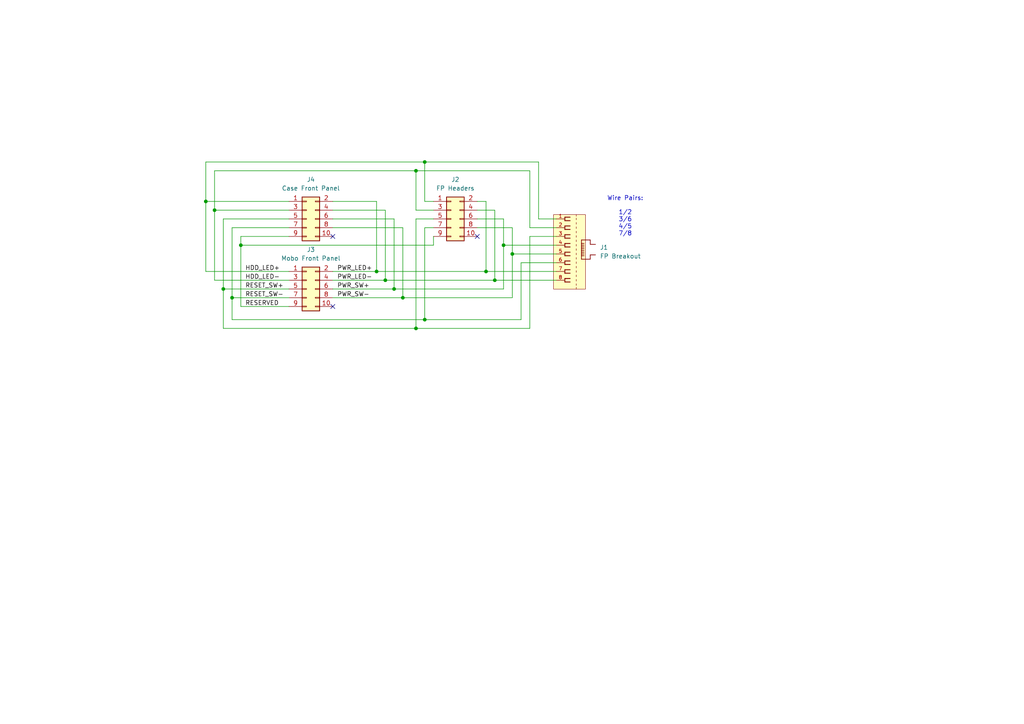
<source format=kicad_sch>
(kicad_sch (version 20250114) (generator "eeschema") (generator_version "9.0")
  (paper "A4")
  (lib_symbols
    (symbol "54602-908LF:54602-908LF" (pin_names (offset 1.016))
      (property "Reference" "J" (at 5.0956 10.1912 0))
      (property "Value" "54602-908LF" (at 5.1004 -10.2008 0))
      (symbol "54602-908LF_0_0"
        (rectangle (start -3.2879 -10.1835) (end 5.9831 11.4065) (stroke (width 0.127)) (fill (type background)))
        (polyline (pts (xy 0 10.668) (xy 0 9.652)) (stroke (width 0.254)))
        (polyline (pts (xy 0 9.652) (xy 1.524 9.652)) (stroke (width 0.254)))
        (polyline (pts (xy 0 8.128) (xy 0 7.112)) (stroke (width 0.254)))
        (polyline (pts (xy 0 7.112) (xy 1.524 7.112)) (stroke (width 0.254)))
        (polyline (pts (xy 0 5.588) (xy 0 4.572)) (stroke (width 0.254)))
        (polyline (pts (xy 0 4.572) (xy 1.524 4.572)) (stroke (width 0.254)))
        (polyline (pts (xy 0 3.048) (xy 0 2.032)) (stroke (width 0.254)))
        (polyline (pts (xy 0 2.032) (xy 1.524 2.032)) (stroke (width 0.254)))
        (polyline (pts (xy 0 0.508) (xy 0 -0.508)) (stroke (width 0.254)))
        (polyline (pts (xy 0 -0.508) (xy 1.524 -0.508)) (stroke (width 0.254)))
        (polyline (pts (xy 0 -2.032) (xy 0 -3.048)) (stroke (width 0.254)))
        (polyline (pts (xy 0 -3.048) (xy 1.524 -3.048)) (stroke (width 0.254)))
        (polyline (pts (xy 0 -4.572) (xy 0 -5.588)) (stroke (width 0.254)))
        (polyline (pts (xy 0 -5.588) (xy 1.524 -5.588)) (stroke (width 0.254)))
        (polyline (pts (xy 0 -7.112) (xy 0 -8.128)) (stroke (width 0.254)))
        (polyline (pts (xy 0 -8.128) (xy 1.524 -8.128)) (stroke (width 0.254)))
        (polyline (pts (xy 1.524 10.668) (xy 0 10.668)) (stroke (width 0.254)))
        (polyline (pts (xy 1.524 8.128) (xy 0 8.128)) (stroke (width 0.254)))
        (polyline (pts (xy 1.524 5.588) (xy 0 5.588)) (stroke (width 0.254)))
        (polyline (pts (xy 1.524 3.048) (xy 0 3.048)) (stroke (width 0.254)))
        (polyline (pts (xy 1.524 0.508) (xy 0 0.508)) (stroke (width 0.254)))
        (polyline (pts (xy 1.524 -2.032) (xy 0 -2.032)) (stroke (width 0.254)))
        (polyline (pts (xy 1.524 -4.572) (xy 0 -4.572)) (stroke (width 0.254)))
        (polyline (pts (xy 1.524 -7.112) (xy 0 -7.112)) (stroke (width 0.254)))
        (polyline (pts (xy 3.302 10.922) (xy 3.302 11.43)) (stroke (width 0.127)))
        (polyline (pts (xy 3.302 9.906) (xy 3.302 10.414)) (stroke (width 0.127)))
        (polyline (pts (xy 3.302 8.636) (xy 3.302 9.144)) (stroke (width 0.127)))
        (polyline (pts (xy 3.302 7.366) (xy 3.302 7.874)) (stroke (width 0.127)))
        (polyline (pts (xy 3.302 6.096) (xy 3.302 6.604)) (stroke (width 0.127)))
        (polyline (pts (xy 3.302 4.826) (xy 3.302 5.334)) (stroke (width 0.127)))
        (polyline (pts (xy 3.302 3.556) (xy 3.302 4.064)) (stroke (width 0.127)))
        (polyline (pts (xy 3.302 2.286) (xy 3.302 2.794)) (stroke (width 0.127)))
        (polyline (pts (xy 3.302 1.016) (xy 3.302 1.524)) (stroke (width 0.127)))
        (polyline (pts (xy 3.302 -0.254) (xy 3.302 0.254)) (stroke (width 0.127)))
        (polyline (pts (xy 3.302 -1.524) (xy 3.302 -1.016)) (stroke (width 0.127)))
        (polyline (pts (xy 3.302 -2.794) (xy 3.302 -2.286)) (stroke (width 0.127)))
        (polyline (pts (xy 3.302 -4.064) (xy 3.302 -3.556)) (stroke (width 0.127)))
        (polyline (pts (xy 3.302 -5.334) (xy 3.302 -4.826)) (stroke (width 0.127)))
        (polyline (pts (xy 3.302 -6.604) (xy 3.302 -6.096)) (stroke (width 0.127)))
        (polyline (pts (xy 3.302 -7.874) (xy 3.302 -7.366)) (stroke (width 0.127)))
        (polyline (pts (xy 3.302 -9.144) (xy 3.302 -8.636)) (stroke (width 0.127)))
        (polyline (pts (xy 3.302 -10.16) (xy 3.302 -9.652)) (stroke (width 0.127)))
        (polyline (pts (xy 4.826 4.064) (xy 4.826 3.048)) (stroke (width 0.1998)))
        (polyline (pts (xy 4.826 3.048) (xy 4.826 2.54)) (stroke (width 0.1998)))
        (polyline (pts (xy 4.826 3.048) (xy 5.588 3.048)) (stroke (width 0.1998)))
        (polyline (pts (xy 4.826 2.54) (xy 4.826 2.032)) (stroke (width 0.1998)))
        (polyline (pts (xy 4.826 2.54) (xy 5.588 2.54)) (stroke (width 0.1998)))
        (polyline (pts (xy 4.826 2.032) (xy 4.826 1.524)) (stroke (width 0.1998)))
        (polyline (pts (xy 4.826 2.032) (xy 5.588 2.032)) (stroke (width 0.1998)))
        (polyline (pts (xy 4.826 1.524) (xy 4.826 1.016)) (stroke (width 0.1998)))
        (polyline (pts (xy 4.826 1.524) (xy 5.588 1.524)) (stroke (width 0.1998)))
        (polyline (pts (xy 4.826 1.016) (xy 4.826 0.508)) (stroke (width 0.1998)))
        (polyline (pts (xy 4.826 1.016) (xy 5.588 1.016)) (stroke (width 0.1998)))
        (polyline (pts (xy 4.826 0.508) (xy 4.826 0)) (stroke (width 0.1998)))
        (polyline (pts (xy 4.826 0.508) (xy 5.588 0.508)) (stroke (width 0.1998)))
        (polyline (pts (xy 4.826 0) (xy 4.826 -0.508)) (stroke (width 0.1998)))
        (polyline (pts (xy 4.826 0) (xy 5.588 0)) (stroke (width 0.1998)))
        (polyline (pts (xy 4.826 -0.508) (xy 4.826 -1.524)) (stroke (width 0.1998)))
        (polyline (pts (xy 4.826 -0.508) (xy 5.588 -0.508)) (stroke (width 0.1998)))
        (polyline (pts (xy 4.826 -1.524) (xy 7.366 -1.524)) (stroke (width 0.1998)))
        (polyline (pts (xy 7.366 4.064) (xy 4.826 4.064)) (stroke (width 0.1998)))
        (polyline (pts (xy 7.366 2.794) (xy 7.366 4.064)) (stroke (width 0.1998)))
        (polyline (pts (xy 7.366 -0.254) (xy 8.89 -0.254)) (stroke (width 0.1998)))
        (polyline (pts (xy 7.366 -1.524) (xy 7.366 -0.254)) (stroke (width 0.1998)))
        (polyline (pts (xy 8.89 2.794) (xy 7.366 2.794)) (stroke (width 0.1998)))
        (pin passive line (at -2.54 10.16 0) (length 2.54) (name "~") (number "1"))
        (pin passive line (at -2.54 7.62 0) (length 2.54) (name "~") (number "2"))
        (pin passive line (at -2.54 5.08 0) (length 2.54) (name "~") (number "3"))
        (pin passive line (at -2.54 2.54 0) (length 2.54) (name "~") (number "4"))
        (pin passive line (at -2.54 0 0) (length 2.54) (name "~") (number "5"))
        (pin passive line (at -2.54 -2.54 0) (length 2.54) (name "~") (number "6"))
        (pin passive line (at -2.54 -5.08 0) (length 2.54) (name "~") (number "7"))
        (pin passive line (at -2.54 -7.62 0) (length 2.54) (name "~") (number "8"))
      )
    )
    (symbol "Connector_Generic:Conn_02x05_Odd_Even" (pin_names (offset 1.016) (hide yes))
      (property "Reference" "J" (at 1.27 7.62 0))
      (property "Value" "Conn_02x05_Odd_Even" (at 1.27 -7.62 0))
      (symbol "Conn_02x05_Odd_Even_1_1"
        (rectangle (start -1.27 6.35) (end 3.81 -6.35) (stroke (width 0.254)) (fill (type background)))
        (rectangle (start -1.27 5.207) (end 0 4.953) (stroke (width 0.1524)))
        (rectangle (start -1.27 2.667) (end 0 2.413) (stroke (width 0.1524)))
        (rectangle (start -1.27 0.127) (end 0 -0.127) (stroke (width 0.1524)))
        (rectangle (start -1.27 -2.413) (end 0 -2.667) (stroke (width 0.1524)))
        (rectangle (start -1.27 -4.953) (end 0 -5.207) (stroke (width 0.1524)))
        (rectangle (start 3.81 5.207) (end 2.54 4.953) (stroke (width 0.1524)))
        (rectangle (start 3.81 2.667) (end 2.54 2.413) (stroke (width 0.1524)))
        (rectangle (start 3.81 0.127) (end 2.54 -0.127) (stroke (width 0.1524)))
        (rectangle (start 3.81 -2.413) (end 2.54 -2.667) (stroke (width 0.1524)))
        (rectangle (start 3.81 -4.953) (end 2.54 -5.207) (stroke (width 0.1524)))
        (pin passive line (at -5.08 5.08 0) (length 3.81) (name "Pin_1") (number "1"))
        (pin passive line (at -5.08 2.54 0) (length 3.81) (name "Pin_3") (number "3"))
        (pin passive line (at -5.08 0 0) (length 3.81) (name "Pin_5") (number "5"))
        (pin passive line (at -5.08 -2.54 0) (length 3.81) (name "Pin_7") (number "7"))
        (pin passive line (at -5.08 -5.08 0) (length 3.81) (name "Pin_9") (number "9"))
        (pin passive line (at 7.62 5.08 180) (length 3.81) (name "Pin_2") (number "2"))
        (pin passive line (at 7.62 2.54 180) (length 3.81) (name "Pin_4") (number "4"))
        (pin passive line (at 7.62 0 180) (length 3.81) (name "Pin_6") (number "6"))
        (pin passive line (at 7.62 -2.54 180) (length 3.81) (name "Pin_8") (number "8"))
        (pin passive line (at 7.62 -5.08 180) (length 3.81) (name "Pin_10") (number "10"))
      )
    )
  )
  (text "Wire Pairs:\n\n1/2\n3/6\n4/5\n7/8" (at 181.356 62.738 0) (effects (font (size 1.27 1.27))))
  (junction (at 146.05 71.12))
  (junction (at 120.65 49.53))
  (junction (at 59.69 58.42))
  (junction (at 69.85 71.12))
  (junction (at 148.59 73.66))
  (junction (at 62.23 60.96))
  (junction (at 140.97 78.74))
  (junction (at 114.3 83.82))
  (junction (at 111.76 81.28))
  (junction (at 109.22 78.74))
  (junction (at 67.31 86.36))
  (junction (at 64.77 83.82))
  (junction (at 143.51 81.28))
  (junction (at 123.19 46.99))
  (junction (at 116.84 86.36))
  (junction (at 120.65 95.25))
  (junction (at 123.19 92.71))
  (no_connect (at 96.52 68.58))
  (no_connect (at 138.43 68.58))
  (no_connect (at 96.52 88.9))
  (wire (pts (xy 143.51 60.96) (xy 138.43 60.96)))
  (wire (pts (xy 96.52 66.04) (xy 116.84 66.04)))
  (wire (pts (xy 96.52 81.28) (xy 111.76 81.28)))
  (wire (pts (xy 146.05 63.5) (xy 138.43 63.5)))
  (wire (pts (xy 67.31 66.04) (xy 83.82 66.04)))
  (wire (pts (xy 109.22 78.74) (xy 109.22 58.42)))
  (wire (pts (xy 140.97 58.42) (xy 138.43 58.42)))
  (wire (pts (xy 153.67 95.25) (xy 153.67 68.58)))
  (wire (pts (xy 69.85 68.58) (xy 83.82 68.58)))
  (wire (pts (xy 109.22 78.74) (xy 140.97 78.74)))
  (wire (pts (xy 62.23 60.96) (xy 62.23 49.53)))
  (wire (pts (xy 64.77 83.82) (xy 83.82 83.82)))
  (wire (pts (xy 146.05 71.12) (xy 161.29 71.12)))
  (wire (pts (xy 140.97 78.74) (xy 161.29 78.74)))
  (wire (pts (xy 59.69 78.74) (xy 83.82 78.74)))
  (wire (pts (xy 156.21 63.5) (xy 161.29 63.5)))
  (wire (pts (xy 116.84 86.36) (xy 116.84 66.04)))
  (wire (pts (xy 148.59 73.66) (xy 148.59 66.04)))
  (wire (pts (xy 120.65 95.25) (xy 120.65 63.5)))
  (wire (pts (xy 114.3 63.5) (xy 96.52 63.5)))
  (wire (pts (xy 64.77 95.25) (xy 120.65 95.25)))
  (wire (pts (xy 59.69 46.99) (xy 123.19 46.99)))
  (wire (pts (xy 62.23 81.28) (xy 83.82 81.28)))
  (wire (pts (xy 96.52 78.74) (xy 109.22 78.74)))
  (wire (pts (xy 153.67 49.53) (xy 153.67 66.04)))
  (wire (pts (xy 120.65 49.53) (xy 120.65 60.96)))
  (wire (pts (xy 151.13 92.71) (xy 151.13 76.2)))
  (wire (pts (xy 125.73 68.58) (xy 125.73 71.12)))
  (wire (pts (xy 64.77 63.5) (xy 83.82 63.5)))
  (wire (pts (xy 153.67 66.04) (xy 161.29 66.04)))
  (wire (pts (xy 143.51 81.28) (xy 161.29 81.28)))
  (wire (pts (xy 120.65 63.5) (xy 125.73 63.5)))
  (wire (pts (xy 111.76 81.28) (xy 111.76 60.96)))
  (wire (pts (xy 64.77 83.82) (xy 64.77 95.25)))
  (wire (pts (xy 148.59 86.36) (xy 148.59 73.66)))
  (wire (pts (xy 153.67 68.58) (xy 161.29 68.58)))
  (wire (pts (xy 114.3 83.82) (xy 146.05 83.82)))
  (wire (pts (xy 69.85 71.12) (xy 125.73 71.12)))
  (wire (pts (xy 67.31 92.71) (xy 123.19 92.71)))
  (wire (pts (xy 114.3 83.82) (xy 114.3 63.5)))
  (wire (pts (xy 59.69 58.42) (xy 59.69 78.74)))
  (wire (pts (xy 120.65 60.96) (xy 125.73 60.96)))
  (wire (pts (xy 111.76 60.96) (xy 96.52 60.96)))
  (wire (pts (xy 148.59 66.04) (xy 138.43 66.04)))
  (wire (pts (xy 64.77 63.5) (xy 64.77 83.82)))
  (wire (pts (xy 123.19 66.04) (xy 125.73 66.04)))
  (wire (pts (xy 62.23 60.96) (xy 83.82 60.96)))
  (wire (pts (xy 156.21 46.99) (xy 156.21 63.5)))
  (wire (pts (xy 67.31 86.36) (xy 83.82 86.36)))
  (wire (pts (xy 140.97 78.74) (xy 140.97 58.42)))
  (wire (pts (xy 67.31 66.04) (xy 67.31 86.36)))
  (wire (pts (xy 123.19 92.71) (xy 151.13 92.71)))
  (wire (pts (xy 109.22 58.42) (xy 96.52 58.42)))
  (wire (pts (xy 69.85 71.12) (xy 69.85 88.9)))
  (wire (pts (xy 62.23 60.96) (xy 62.23 81.28)))
  (wire (pts (xy 143.51 81.28) (xy 143.51 60.96)))
  (wire (pts (xy 146.05 71.12) (xy 146.05 63.5)))
  (wire (pts (xy 120.65 49.53) (xy 153.67 49.53)))
  (wire (pts (xy 123.19 46.99) (xy 123.19 58.42)))
  (wire (pts (xy 96.52 83.82) (xy 114.3 83.82)))
  (wire (pts (xy 59.69 58.42) (xy 59.69 46.99)))
  (wire (pts (xy 123.19 58.42) (xy 125.73 58.42)))
  (wire (pts (xy 59.69 58.42) (xy 83.82 58.42)))
  (wire (pts (xy 151.13 76.2) (xy 161.29 76.2)))
  (wire (pts (xy 111.76 81.28) (xy 143.51 81.28)))
  (wire (pts (xy 67.31 86.36) (xy 67.31 92.71)))
  (wire (pts (xy 96.52 86.36) (xy 116.84 86.36)))
  (wire (pts (xy 62.23 49.53) (xy 120.65 49.53)))
  (wire (pts (xy 146.05 83.82) (xy 146.05 71.12)))
  (wire (pts (xy 116.84 86.36) (xy 148.59 86.36)))
  (wire (pts (xy 69.85 88.9) (xy 83.82 88.9)))
  (wire (pts (xy 69.85 68.58) (xy 69.85 71.12)))
  (wire (pts (xy 120.65 95.25) (xy 153.67 95.25)))
  (wire (pts (xy 123.19 46.99) (xy 156.21 46.99)))
  (wire (pts (xy 148.59 73.66) (xy 161.29 73.66)))
  (wire (pts (xy 123.19 92.71) (xy 123.19 66.04)))
  (label "PWR_SW+" (at 97.79 83.82 0))
  (label "PWR_SW-" (at 97.79 86.36 0))
  (label "HDD_LED+" (at 71.12 78.74 0))
  (label "RESERVED" (at 71.12 88.9 0))
  (label "PWR_LED+" (at 97.79 78.74 0))
  (label "RESET_SW+" (at 71.12 83.82 0))
  (label "RESET_SW-" (at 71.12 86.36 0))
  (label "PWR_LED-" (at 97.79 81.28 0))
  (label "HDD_LED-" (at 71.12 81.28 0))
  (symbol (lib_id "Connector_Generic:Conn_02x05_Odd_Even") (at 88.9 83.82 0) (unit 1)
    (property "Reference" "J3" (at 90.17 72.39 0))
    (property "Value" "Mobo Front Panel" (at 90.17 74.93 0))
    (property "Footprint" "Connector_PinSocket_2.54mm:PinSocket_2x05_P2.54mm_Vertical" (effects (hide yes)))
    (property "Description" "Generic connector, double row, 02x05, odd/even pin numbering scheme (row 1 odd numbers, row 2 even numbers), script generated (kicad-library-utils/schlib/autogen/connector/)" (effects (hide yes)))
    (property "DigiKey" "4324-FHMD-DA010G1NBON-B-ND" (effects (hide yes)))
  )
  (symbol (lib_id "Connector_Generic:Conn_02x05_Odd_Even") (at 88.9 63.5 0) (unit 1)
    (property "Reference" "J4" (at 90.17 52.07 0))
    (property "Value" "Case Front Panel" (at 90.17 54.61 0))
    (property "Footprint" "Connector_PinHeader_2.54mm:PinHeader_2x05_P2.54mm_Vertical" (effects (hide yes)))
    (property "Description" "Generic connector, double row, 02x05, odd/even pin numbering scheme (row 1 odd numbers, row 2 even numbers), script generated (kicad-library-utils/schlib/autogen/connector/)" (effects (hide yes)))
    (property "DigiKey" "1849-1002-ND" (effects (hide yes)))
  )
  (symbol (lib_id "Connector_Generic:Conn_02x05_Odd_Even") (at 130.81 63.5 0) (unit 1)
    (property "Reference" "J2" (at 132.08 52.07 0))
    (property "Value" "FP Headers" (at 132.08 54.61 0))
    (property "Footprint" "Connector_PinHeader_2.54mm:PinHeader_2x05_P2.54mm_Vertical" (effects (hide yes)))
    (property "Description" "Generic connector, double row, 02x05, odd/even pin numbering scheme (row 1 odd numbers, row 2 even numbers), script generated (kicad-library-utils/schlib/autogen/connector/)" (effects (hide yes)))
    (property "DigiKey" "1849-1002-ND" (effects (hide yes)))
  )
  (symbol (lib_id "54602-908LF:54602-908LF") (at 163.83 73.66 0) (unit 1)
    (property "Reference" "J1" (at 173.99 71.7666 0) (effects (justify left)))
    (property "Value" "FP Breakout" (at 173.99 74.3066 0) (effects (justify left)))
    (property "Footprint" "54602_908LF:AMPHENOL_54602-908LF" (effects (hide yes)))
    (property "Description" "CONN MOD JACK 8P8C R/A UNSHLD" (effects (hide yes)))
    (property "PACKAGE" "None" (effects (hide yes)))
    (property "PRICE" "0.36 USD" (effects (hide yes)))
    (property "STANDARD" "MANUFACTURER RECOMMENDATION" (effects (hide yes)))
    (property "PARTREV" "J" (effects (hide yes)))
    (property "MP" "54602-908LF" (effects (hide yes)))
    (property "AVAILABILITY" "Good" (effects (hide yes)))
    (property "MANUFACTURER" "Amphenol FCI" (effects (hide yes)))
    (property "DigiKey" "609-1046-ND" (effects (hide yes)))
    (property "LCSC" "C2847314" (effects (hide yes)))
  )
)
</source>
